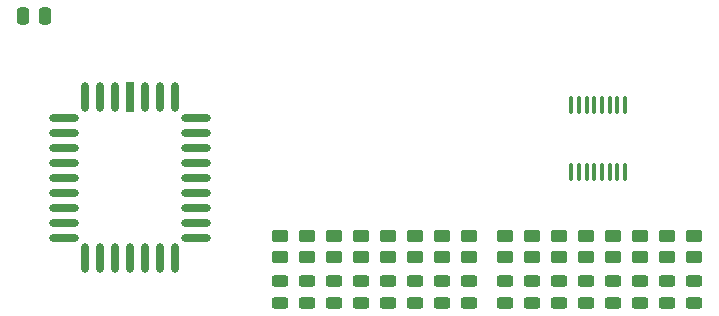
<source format=gbr>
%TF.GenerationSoftware,KiCad,Pcbnew,(6.0.0-0)*%
%TF.CreationDate,2022-08-18T21:47:30-04:00*%
%TF.ProjectId,CPU-Microcode-EEPROMs,4350552d-4d69-4637-926f-636f64652d45,rev?*%
%TF.SameCoordinates,Original*%
%TF.FileFunction,Paste,Top*%
%TF.FilePolarity,Positive*%
%FSLAX46Y46*%
G04 Gerber Fmt 4.6, Leading zero omitted, Abs format (unit mm)*
G04 Created by KiCad (PCBNEW (6.0.0-0)) date 2022-08-18 21:47:30*
%MOMM*%
%LPD*%
G01*
G04 APERTURE LIST*
G04 Aperture macros list*
%AMRoundRect*
0 Rectangle with rounded corners*
0 $1 Rounding radius*
0 $2 $3 $4 $5 $6 $7 $8 $9 X,Y pos of 4 corners*
0 Add a 4 corners polygon primitive as box body*
4,1,4,$2,$3,$4,$5,$6,$7,$8,$9,$2,$3,0*
0 Add four circle primitives for the rounded corners*
1,1,$1+$1,$2,$3*
1,1,$1+$1,$4,$5*
1,1,$1+$1,$6,$7*
1,1,$1+$1,$8,$9*
0 Add four rect primitives between the rounded corners*
20,1,$1+$1,$2,$3,$4,$5,0*
20,1,$1+$1,$4,$5,$6,$7,0*
20,1,$1+$1,$6,$7,$8,$9,0*
20,1,$1+$1,$8,$9,$2,$3,0*%
G04 Aperture macros list end*
%ADD10RoundRect,0.250000X-0.250000X-0.475000X0.250000X-0.475000X0.250000X0.475000X-0.250000X0.475000X0*%
%ADD11RoundRect,0.100000X0.100000X-0.637500X0.100000X0.637500X-0.100000X0.637500X-0.100000X-0.637500X0*%
%ADD12RoundRect,0.250000X0.450000X-0.262500X0.450000X0.262500X-0.450000X0.262500X-0.450000X-0.262500X0*%
%ADD13RoundRect,0.243750X-0.456250X0.243750X-0.456250X-0.243750X0.456250X-0.243750X0.456250X0.243750X0*%
%ADD14R,0.644962X2.535553*%
%ADD15RoundRect,0.322481X0.000000X-0.945295X0.000000X-0.945295X0.000000X0.945295X0.000000X0.945295X0*%
%ADD16RoundRect,0.322481X-0.945295X0.000000X0.945295X0.000000X0.945295X0.000000X-0.945295X0.000000X0*%
G04 APERTURE END LIST*
D10*
%TO.C,C1*%
X60386000Y-79502000D03*
X58486000Y-79502000D03*
%TD*%
D11*
%TO.C,U1*%
X104913000Y-92778500D03*
X105563000Y-92778500D03*
X106213000Y-92778500D03*
X106863000Y-92778500D03*
X107513000Y-92778500D03*
X108163000Y-92778500D03*
X108813000Y-92778500D03*
X109463000Y-92778500D03*
X109463000Y-87053500D03*
X108813000Y-87053500D03*
X108163000Y-87053500D03*
X107513000Y-87053500D03*
X106863000Y-87053500D03*
X106213000Y-87053500D03*
X105563000Y-87053500D03*
X104913000Y-87053500D03*
%TD*%
D12*
%TO.C,R2*%
X101600000Y-99972500D03*
X101600000Y-98147500D03*
%TD*%
D13*
%TO.C,D2*%
X101600000Y-101932500D03*
X101600000Y-103807500D03*
%TD*%
D14*
%TO.C,U2*%
X67564000Y-86374448D03*
D15*
X66294000Y-86374448D03*
X65024000Y-86374448D03*
X63754000Y-86374448D03*
D16*
X61990448Y-88138000D03*
X61990448Y-89408000D03*
X61990448Y-90678000D03*
X61990448Y-91948000D03*
X61990448Y-93218000D03*
X61990448Y-94488000D03*
X61990448Y-95758000D03*
X61990448Y-97028000D03*
X61990448Y-98298000D03*
D15*
X63754000Y-100061553D03*
X65024000Y-100061553D03*
X66294000Y-100061553D03*
X67564000Y-100061553D03*
X68834000Y-100061553D03*
X70104000Y-100061553D03*
X71374000Y-100061553D03*
D16*
X73137553Y-98298000D03*
X73137553Y-97028000D03*
X73137553Y-95758000D03*
X73137553Y-94488000D03*
X73137553Y-93218000D03*
X73137553Y-91948000D03*
X73137553Y-90678000D03*
X73137553Y-89408000D03*
X73137553Y-88138000D03*
D15*
X71374000Y-86374448D03*
X70104000Y-86374448D03*
X68834000Y-86374448D03*
%TD*%
D13*
%TO.C,D15*%
X93980000Y-101932500D03*
X93980000Y-103807500D03*
%TD*%
%TO.C,D5*%
X108458000Y-101932500D03*
X108458000Y-103807500D03*
%TD*%
%TO.C,D9*%
X80264000Y-101932500D03*
X80264000Y-103807500D03*
%TD*%
D12*
%TO.C,R4*%
X106172000Y-99972500D03*
X106172000Y-98147500D03*
%TD*%
D13*
%TO.C,D8*%
X115316000Y-101932500D03*
X115316000Y-103807500D03*
%TD*%
D12*
%TO.C,R12*%
X87122000Y-99972500D03*
X87122000Y-98147500D03*
%TD*%
%TO.C,R14*%
X91694000Y-99972500D03*
X91694000Y-98147500D03*
%TD*%
%TO.C,R9*%
X80264000Y-99972500D03*
X80264000Y-98147500D03*
%TD*%
%TO.C,R15*%
X93980000Y-99972500D03*
X93980000Y-98147500D03*
%TD*%
%TO.C,R11*%
X84836000Y-99972500D03*
X84836000Y-98147500D03*
%TD*%
D13*
%TO.C,D11*%
X84836000Y-101932500D03*
X84836000Y-103807500D03*
%TD*%
D12*
%TO.C,R10*%
X82550000Y-99972500D03*
X82550000Y-98147500D03*
%TD*%
D13*
%TO.C,D6*%
X110744000Y-101932500D03*
X110744000Y-103807500D03*
%TD*%
%TO.C,D7*%
X113030000Y-101932500D03*
X113030000Y-103807500D03*
%TD*%
%TO.C,D4*%
X106172000Y-101932500D03*
X106172000Y-103807500D03*
%TD*%
%TO.C,D3*%
X103886000Y-101932500D03*
X103886000Y-103807500D03*
%TD*%
D12*
%TO.C,R3*%
X103886000Y-99972500D03*
X103886000Y-98147500D03*
%TD*%
%TO.C,R6*%
X110744000Y-99972500D03*
X110744000Y-98147500D03*
%TD*%
D13*
%TO.C,D16*%
X96266000Y-101932500D03*
X96266000Y-103807500D03*
%TD*%
%TO.C,D12*%
X87122000Y-101932500D03*
X87122000Y-103807500D03*
%TD*%
D12*
%TO.C,R7*%
X113030000Y-99972500D03*
X113030000Y-98147500D03*
%TD*%
D13*
%TO.C,D1*%
X99314000Y-101932500D03*
X99314000Y-103807500D03*
%TD*%
%TO.C,D13*%
X89408000Y-101932500D03*
X89408000Y-103807500D03*
%TD*%
%TO.C,D10*%
X82550000Y-101932500D03*
X82550000Y-103807500D03*
%TD*%
D12*
%TO.C,R1*%
X99314000Y-99972500D03*
X99314000Y-98147500D03*
%TD*%
%TO.C,R5*%
X108458000Y-99972500D03*
X108458000Y-98147500D03*
%TD*%
%TO.C,R13*%
X89408000Y-99972500D03*
X89408000Y-98147500D03*
%TD*%
D13*
%TO.C,D14*%
X91694000Y-101932500D03*
X91694000Y-103807500D03*
%TD*%
D12*
%TO.C,R16*%
X96266000Y-99972500D03*
X96266000Y-98147500D03*
%TD*%
%TO.C,R8*%
X115316000Y-99972500D03*
X115316000Y-98147500D03*
%TD*%
M02*

</source>
